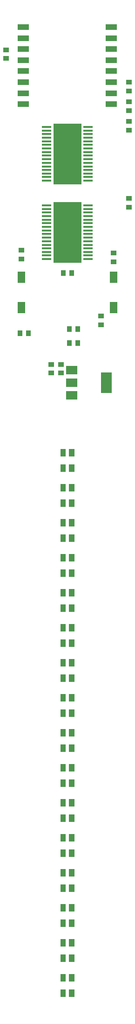
<source format=gtp>
G04 Layer: TopPasteMaskLayer*
G04 EasyEDA v6.3.43, 2020-06-07T13:11:06+08:00*
G04 57be81840bc34c5ebe362b8f785087f4,10*
G04 Gerber Generator version 0.2*
G04 Scale: 100 percent, Rotated: No, Reflected: No *
G04 Dimensions in inches *
G04 leading zeros omitted , absolute positions ,2 integer and 4 decimal *
%FSLAX24Y24*%
%MOIN*%
G90*
G70D02*

%ADD19R,0.079200X0.039900*%
%ADD23R,0.040000X0.036000*%
%ADD24R,0.036000X0.040000*%
%ADD26R,0.070900X0.011800*%
%ADD27R,0.204700X0.433100*%

%LPD*%
G54D19*
G01X9650Y65444D03*
G01X9650Y66224D03*
G01X9650Y67014D03*
G01X9650Y67804D03*
G01X9650Y68594D03*
G01X9650Y69374D03*
G01X9650Y70164D03*
G01X9650Y70954D03*
G01X3350Y70954D03*
G01X3350Y70164D03*
G01X3350Y69374D03*
G01X3350Y68594D03*
G01X3350Y67804D03*
G01X3350Y67014D03*
G01X3350Y66224D03*
G01X3350Y65444D03*
G36*
G01X6617Y22794D02*
G01X6617Y23307D01*
G01X7011Y23307D01*
G01X7011Y22794D01*
G01X6617Y22794D01*
G37*
G36*
G01X6617Y21692D02*
G01X6617Y22205D01*
G01X7011Y22205D01*
G01X7011Y21692D01*
G01X6617Y21692D01*
G37*
G36*
G01X5987Y21692D02*
G01X5987Y22205D01*
G01X6381Y22205D01*
G01X6381Y21692D01*
G01X5987Y21692D01*
G37*
G36*
G01X5987Y22794D02*
G01X5987Y23307D01*
G01X6381Y23307D01*
G01X6381Y22794D01*
G01X5987Y22794D01*
G37*
G36*
G01X8896Y46298D02*
G01X9684Y46298D01*
G01X9684Y44802D01*
G01X8896Y44802D01*
G01X8896Y46298D01*
G37*
G36*
G01X6416Y45844D02*
G01X7203Y45844D01*
G01X7203Y45255D01*
G01X6416Y45255D01*
G01X6416Y45844D01*
G37*
G36*
G01X6416Y44940D02*
G01X7203Y44940D01*
G01X7203Y44348D01*
G01X6416Y44348D01*
G01X6416Y44940D01*
G37*
G36*
G01X6416Y46751D02*
G01X7203Y46751D01*
G01X7203Y46159D01*
G01X6416Y46159D01*
G01X6416Y46751D01*
G37*
G54D23*
G01X10900Y64998D03*
G01X10900Y65601D03*
G01X10900Y66398D03*
G01X10900Y67001D03*
G01X9800Y54801D03*
G01X9800Y54198D03*
G54D24*
G01X3701Y49100D03*
G01X3098Y49100D03*
G54D23*
G01X8900Y50301D03*
G01X8900Y49698D03*
G01X3200Y55001D03*
G01X3200Y54398D03*
G01X2100Y68719D03*
G01X2100Y69321D03*
G36*
G01X10076Y53476D02*
G01X10076Y52689D01*
G01X9524Y52689D01*
G01X9524Y53476D01*
G01X10076Y53476D01*
G37*
G36*
G01X10075Y51310D02*
G01X10075Y50522D01*
G01X9524Y50522D01*
G01X9524Y51310D01*
G01X10075Y51310D01*
G37*
G36*
G01X2923Y50523D02*
G01X2923Y51310D01*
G01X3475Y51310D01*
G01X3475Y50523D01*
G01X2923Y50523D01*
G37*
G36*
G01X2924Y52689D02*
G01X2924Y53477D01*
G01X3475Y53477D01*
G01X3475Y52689D01*
G01X2924Y52689D01*
G37*
G54D24*
G01X6801Y53400D03*
G01X6198Y53400D03*
G36*
G01X6617Y25294D02*
G01X6617Y25807D01*
G01X7011Y25807D01*
G01X7011Y25294D01*
G01X6617Y25294D01*
G37*
G36*
G01X6617Y24192D02*
G01X6617Y24705D01*
G01X7011Y24705D01*
G01X7011Y24192D01*
G01X6617Y24192D01*
G37*
G36*
G01X5987Y24192D02*
G01X5987Y24705D01*
G01X6381Y24705D01*
G01X6381Y24192D01*
G01X5987Y24192D01*
G37*
G36*
G01X5987Y25294D02*
G01X5987Y25807D01*
G01X6381Y25807D01*
G01X6381Y25294D01*
G01X5987Y25294D01*
G37*
G36*
G01X6617Y27794D02*
G01X6617Y28307D01*
G01X7011Y28307D01*
G01X7011Y27794D01*
G01X6617Y27794D01*
G37*
G36*
G01X6617Y26692D02*
G01X6617Y27205D01*
G01X7011Y27205D01*
G01X7011Y26692D01*
G01X6617Y26692D01*
G37*
G36*
G01X5987Y26692D02*
G01X5987Y27205D01*
G01X6381Y27205D01*
G01X6381Y26692D01*
G01X5987Y26692D01*
G37*
G36*
G01X5987Y27794D02*
G01X5987Y28307D01*
G01X6381Y28307D01*
G01X6381Y27794D01*
G01X5987Y27794D01*
G37*
G36*
G01X6617Y30294D02*
G01X6617Y30807D01*
G01X7011Y30807D01*
G01X7011Y30294D01*
G01X6617Y30294D01*
G37*
G36*
G01X6617Y29192D02*
G01X6617Y29705D01*
G01X7011Y29705D01*
G01X7011Y29192D01*
G01X6617Y29192D01*
G37*
G36*
G01X5987Y29192D02*
G01X5987Y29705D01*
G01X6381Y29705D01*
G01X6381Y29192D01*
G01X5987Y29192D01*
G37*
G36*
G01X5987Y30294D02*
G01X5987Y30807D01*
G01X6381Y30807D01*
G01X6381Y30294D01*
G01X5987Y30294D01*
G37*
G36*
G01X6617Y10294D02*
G01X6617Y10807D01*
G01X7011Y10807D01*
G01X7011Y10294D01*
G01X6617Y10294D01*
G37*
G36*
G01X6617Y9192D02*
G01X6617Y9705D01*
G01X7011Y9705D01*
G01X7011Y9192D01*
G01X6617Y9192D01*
G37*
G36*
G01X5987Y9192D02*
G01X5987Y9705D01*
G01X6381Y9705D01*
G01X6381Y9192D01*
G01X5987Y9192D01*
G37*
G36*
G01X5987Y10294D02*
G01X5987Y10807D01*
G01X6381Y10807D01*
G01X6381Y10294D01*
G01X5987Y10294D01*
G37*
G36*
G01X6617Y7794D02*
G01X6617Y8307D01*
G01X7011Y8307D01*
G01X7011Y7794D01*
G01X6617Y7794D01*
G37*
G36*
G01X6617Y6692D02*
G01X6617Y7205D01*
G01X7011Y7205D01*
G01X7011Y6692D01*
G01X6617Y6692D01*
G37*
G36*
G01X5987Y6692D02*
G01X5987Y7205D01*
G01X6381Y7205D01*
G01X6381Y6692D01*
G01X5987Y6692D01*
G37*
G36*
G01X5987Y7794D02*
G01X5987Y8307D01*
G01X6381Y8307D01*
G01X6381Y7794D01*
G01X5987Y7794D01*
G37*
G36*
G01X6617Y5294D02*
G01X6617Y5807D01*
G01X7011Y5807D01*
G01X7011Y5294D01*
G01X6617Y5294D01*
G37*
G36*
G01X6617Y4192D02*
G01X6617Y4705D01*
G01X7011Y4705D01*
G01X7011Y4192D01*
G01X6617Y4192D01*
G37*
G36*
G01X5987Y4192D02*
G01X5987Y4705D01*
G01X6381Y4705D01*
G01X6381Y4192D01*
G01X5987Y4192D01*
G37*
G36*
G01X5987Y5294D02*
G01X5987Y5807D01*
G01X6381Y5807D01*
G01X6381Y5294D01*
G01X5987Y5294D01*
G37*
G36*
G01X6617Y2794D02*
G01X6617Y3307D01*
G01X7011Y3307D01*
G01X7011Y2794D01*
G01X6617Y2794D01*
G37*
G36*
G01X6617Y1692D02*
G01X6617Y2205D01*
G01X7011Y2205D01*
G01X7011Y1692D01*
G01X6617Y1692D01*
G37*
G36*
G01X5987Y1692D02*
G01X5987Y2205D01*
G01X6381Y2205D01*
G01X6381Y1692D01*
G01X5987Y1692D01*
G37*
G36*
G01X5987Y2794D02*
G01X5987Y3307D01*
G01X6381Y3307D01*
G01X6381Y2794D01*
G01X5987Y2794D01*
G37*
G36*
G01X6617Y40294D02*
G01X6617Y40807D01*
G01X7011Y40807D01*
G01X7011Y40294D01*
G01X6617Y40294D01*
G37*
G36*
G01X6617Y39192D02*
G01X6617Y39705D01*
G01X7011Y39705D01*
G01X7011Y39192D01*
G01X6617Y39192D01*
G37*
G36*
G01X5987Y39192D02*
G01X5987Y39705D01*
G01X6381Y39705D01*
G01X6381Y39192D01*
G01X5987Y39192D01*
G37*
G36*
G01X5987Y40294D02*
G01X5987Y40807D01*
G01X6381Y40807D01*
G01X6381Y40294D01*
G01X5987Y40294D01*
G37*
G36*
G01X6617Y37794D02*
G01X6617Y38307D01*
G01X7011Y38307D01*
G01X7011Y37794D01*
G01X6617Y37794D01*
G37*
G36*
G01X6617Y36692D02*
G01X6617Y37205D01*
G01X7011Y37205D01*
G01X7011Y36692D01*
G01X6617Y36692D01*
G37*
G36*
G01X5987Y36692D02*
G01X5987Y37205D01*
G01X6381Y37205D01*
G01X6381Y36692D01*
G01X5987Y36692D01*
G37*
G36*
G01X5987Y37794D02*
G01X5987Y38307D01*
G01X6381Y38307D01*
G01X6381Y37794D01*
G01X5987Y37794D01*
G37*
G36*
G01X6617Y35294D02*
G01X6617Y35807D01*
G01X7011Y35807D01*
G01X7011Y35294D01*
G01X6617Y35294D01*
G37*
G36*
G01X6617Y34192D02*
G01X6617Y34705D01*
G01X7011Y34705D01*
G01X7011Y34192D01*
G01X6617Y34192D01*
G37*
G36*
G01X5987Y34192D02*
G01X5987Y34705D01*
G01X6381Y34705D01*
G01X6381Y34192D01*
G01X5987Y34192D01*
G37*
G36*
G01X5987Y35294D02*
G01X5987Y35807D01*
G01X6381Y35807D01*
G01X6381Y35294D01*
G01X5987Y35294D01*
G37*
G36*
G01X6617Y32794D02*
G01X6617Y33307D01*
G01X7011Y33307D01*
G01X7011Y32794D01*
G01X6617Y32794D01*
G37*
G36*
G01X6617Y31692D02*
G01X6617Y32205D01*
G01X7011Y32205D01*
G01X7011Y31692D01*
G01X6617Y31692D01*
G37*
G36*
G01X5987Y31692D02*
G01X5987Y32205D01*
G01X6381Y32205D01*
G01X6381Y31692D01*
G01X5987Y31692D01*
G37*
G36*
G01X5987Y32794D02*
G01X5987Y33307D01*
G01X6381Y33307D01*
G01X6381Y32794D01*
G01X5987Y32794D01*
G37*
G36*
G01X6617Y12794D02*
G01X6617Y13307D01*
G01X7011Y13307D01*
G01X7011Y12794D01*
G01X6617Y12794D01*
G37*
G36*
G01X6617Y11692D02*
G01X6617Y12205D01*
G01X7011Y12205D01*
G01X7011Y11692D01*
G01X6617Y11692D01*
G37*
G36*
G01X5987Y11692D02*
G01X5987Y12205D01*
G01X6381Y12205D01*
G01X6381Y11692D01*
G01X5987Y11692D01*
G37*
G36*
G01X5987Y12794D02*
G01X5987Y13307D01*
G01X6381Y13307D01*
G01X6381Y12794D01*
G01X5987Y12794D01*
G37*
G36*
G01X6617Y15294D02*
G01X6617Y15807D01*
G01X7011Y15807D01*
G01X7011Y15294D01*
G01X6617Y15294D01*
G37*
G36*
G01X6617Y14192D02*
G01X6617Y14705D01*
G01X7011Y14705D01*
G01X7011Y14192D01*
G01X6617Y14192D01*
G37*
G36*
G01X5987Y14192D02*
G01X5987Y14705D01*
G01X6381Y14705D01*
G01X6381Y14192D01*
G01X5987Y14192D01*
G37*
G36*
G01X5987Y15294D02*
G01X5987Y15807D01*
G01X6381Y15807D01*
G01X6381Y15294D01*
G01X5987Y15294D01*
G37*
G36*
G01X6617Y17794D02*
G01X6617Y18307D01*
G01X7011Y18307D01*
G01X7011Y17794D01*
G01X6617Y17794D01*
G37*
G36*
G01X6617Y16692D02*
G01X6617Y17205D01*
G01X7011Y17205D01*
G01X7011Y16692D01*
G01X6617Y16692D01*
G37*
G36*
G01X5987Y16692D02*
G01X5987Y17205D01*
G01X6381Y17205D01*
G01X6381Y16692D01*
G01X5987Y16692D01*
G37*
G36*
G01X5987Y17794D02*
G01X5987Y18307D01*
G01X6381Y18307D01*
G01X6381Y17794D01*
G01X5987Y17794D01*
G37*
G36*
G01X6617Y20294D02*
G01X6617Y20807D01*
G01X7011Y20807D01*
G01X7011Y20294D01*
G01X6617Y20294D01*
G37*
G36*
G01X6617Y19192D02*
G01X6617Y19705D01*
G01X7011Y19705D01*
G01X7011Y19192D01*
G01X6617Y19192D01*
G37*
G36*
G01X5987Y19192D02*
G01X5987Y19705D01*
G01X6381Y19705D01*
G01X6381Y19192D01*
G01X5987Y19192D01*
G37*
G36*
G01X5987Y20294D02*
G01X5987Y20807D01*
G01X6381Y20807D01*
G01X6381Y20294D01*
G01X5987Y20294D01*
G37*
G54D23*
G01X5350Y46851D03*
G01X5350Y46248D03*
G01X6050Y46851D03*
G01X6050Y46248D03*
G54D24*
G01X6648Y48400D03*
G01X7251Y48400D03*
G01X6648Y49400D03*
G01X7251Y49400D03*
G54D23*
G01X10900Y63598D03*
G01X10900Y64201D03*
G01X10900Y58098D03*
G01X10900Y58701D03*
G54D26*
G01X5019Y63819D03*
G01X5019Y63559D03*
G01X5019Y63309D03*
G01X5019Y63050D03*
G01X5019Y62800D03*
G01X5019Y62540D03*
G01X5019Y62280D03*
G01X5019Y62030D03*
G01X5019Y61769D03*
G01X5019Y61519D03*
G01X5019Y61259D03*
G01X5019Y61000D03*
G01X5019Y60750D03*
G01X5019Y60490D03*
G01X5019Y60240D03*
G01X5019Y59980D03*
G01X7979Y59980D03*
G01X7979Y60240D03*
G01X7979Y60490D03*
G01X7979Y60750D03*
G01X7979Y61000D03*
G01X7979Y61259D03*
G01X7979Y61519D03*
G01X7979Y61769D03*
G01X7979Y62030D03*
G01X7979Y62280D03*
G01X7979Y62540D03*
G01X7979Y62800D03*
G54D27*
G01X6499Y61899D03*
G54D26*
G01X7979Y63050D03*
G01X7979Y63309D03*
G01X7979Y63559D03*
G01X7979Y63819D03*
G01X5019Y58219D03*
G01X5019Y57959D03*
G01X5019Y57709D03*
G01X5019Y57450D03*
G01X5019Y57200D03*
G01X5019Y56940D03*
G01X5019Y56680D03*
G01X5019Y56430D03*
G01X5019Y56169D03*
G01X5019Y55919D03*
G01X5019Y55659D03*
G01X5019Y55400D03*
G01X5019Y55150D03*
G01X5019Y54890D03*
G01X5019Y54640D03*
G01X5019Y54380D03*
G01X7979Y54380D03*
G01X7979Y54640D03*
G01X7979Y54890D03*
G01X7979Y55150D03*
G01X7979Y55400D03*
G01X7979Y55659D03*
G01X7979Y55919D03*
G01X7979Y56169D03*
G01X7979Y56430D03*
G01X7979Y56680D03*
G01X7979Y56940D03*
G01X7979Y57200D03*
G54D27*
G01X6499Y56299D03*
G54D26*
G01X7979Y57450D03*
G01X7979Y57709D03*
G01X7979Y57959D03*
G01X7979Y58219D03*
M00*
M02*

</source>
